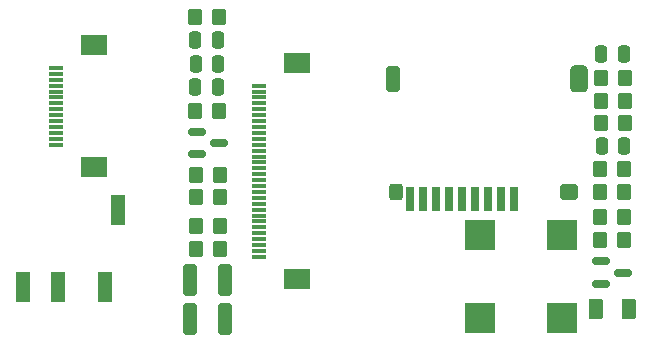
<source format=gbr>
%TF.GenerationSoftware,KiCad,Pcbnew,8.0.8-8.0.8-0~ubuntu22.04.1*%
%TF.CreationDate,2025-02-03T23:54:13+00:00*%
%TF.ProjectId,numcalcium,6e756d63-616c-4636-9975-6d2e6b696361,rev?*%
%TF.SameCoordinates,Original*%
%TF.FileFunction,Paste,Bot*%
%TF.FilePolarity,Positive*%
%FSLAX46Y46*%
G04 Gerber Fmt 4.6, Leading zero omitted, Abs format (unit mm)*
G04 Created by KiCad (PCBNEW 8.0.8-8.0.8-0~ubuntu22.04.1) date 2025-02-03 23:54:13*
%MOMM*%
%LPD*%
G01*
G04 APERTURE LIST*
G04 Aperture macros list*
%AMRoundRect*
0 Rectangle with rounded corners*
0 $1 Rounding radius*
0 $2 $3 $4 $5 $6 $7 $8 $9 X,Y pos of 4 corners*
0 Add a 4 corners polygon primitive as box body*
4,1,4,$2,$3,$4,$5,$6,$7,$8,$9,$2,$3,0*
0 Add four circle primitives for the rounded corners*
1,1,$1+$1,$2,$3*
1,1,$1+$1,$4,$5*
1,1,$1+$1,$6,$7*
1,1,$1+$1,$8,$9*
0 Add four rect primitives between the rounded corners*
20,1,$1+$1,$2,$3,$4,$5,0*
20,1,$1+$1,$4,$5,$6,$7,0*
20,1,$1+$1,$6,$7,$8,$9,0*
20,1,$1+$1,$8,$9,$2,$3,0*%
G04 Aperture macros list end*
%ADD10RoundRect,0.250000X0.350000X0.450000X-0.350000X0.450000X-0.350000X-0.450000X0.350000X-0.450000X0*%
%ADD11RoundRect,0.250000X-0.325000X-1.100000X0.325000X-1.100000X0.325000X1.100000X-0.325000X1.100000X0*%
%ADD12R,1.300000X0.300000*%
%ADD13R,2.200000X1.800000*%
%ADD14RoundRect,0.150000X-0.587500X-0.150000X0.587500X-0.150000X0.587500X0.150000X-0.587500X0.150000X0*%
%ADD15RoundRect,0.250000X-0.350000X-0.450000X0.350000X-0.450000X0.350000X0.450000X-0.350000X0.450000X0*%
%ADD16RoundRect,0.250000X0.250000X0.475000X-0.250000X0.475000X-0.250000X-0.475000X0.250000X-0.475000X0*%
%ADD17R,2.500000X2.500000*%
%ADD18R,0.700000X2.000000*%
%ADD19RoundRect,0.300000X0.300000X0.800000X-0.300000X0.800000X-0.300000X-0.800000X0.300000X-0.800000X0*%
%ADD20RoundRect,0.300000X-0.300000X-0.400000X0.300000X-0.400000X0.300000X0.400000X-0.300000X0.400000X0*%
%ADD21RoundRect,0.350000X-0.450000X-0.350000X0.450000X-0.350000X0.450000X0.350000X-0.450000X0.350000X0*%
%ADD22RoundRect,0.381000X-0.381000X0.762000X-0.381000X-0.762000X0.381000X-0.762000X0.381000X0.762000X0*%
%ADD23R,1.200000X2.500000*%
%ADD24RoundRect,0.250000X-0.375000X-0.625000X0.375000X-0.625000X0.375000X0.625000X-0.375000X0.625000X0*%
%ADD25RoundRect,0.250000X-0.250000X-0.475000X0.250000X-0.475000X0.250000X0.475000X-0.250000X0.475000X0*%
G04 APERTURE END LIST*
D10*
%TO.C,R15*%
X21492000Y41736000D03*
X19492000Y41736000D03*
%TD*%
%TO.C,R19*%
X21491200Y33736000D03*
X19491200Y33736000D03*
%TD*%
D11*
%TO.C,C12*%
X19042000Y19436000D03*
X21992000Y19436000D03*
%TD*%
D12*
%TO.C,J2*%
X7692000Y37382599D03*
X7692000Y36882599D03*
X7692000Y36382599D03*
X7692000Y35882599D03*
X7692000Y35382599D03*
X7692000Y34882599D03*
X7692000Y34382599D03*
X7692000Y33882599D03*
X7692000Y33382599D03*
X7692000Y32882599D03*
X7692000Y32382599D03*
X7692000Y31882599D03*
X7692000Y31382599D03*
X7692000Y30882599D03*
D13*
X10942000Y39282599D03*
X10942000Y28982599D03*
%TD*%
D12*
%TO.C,J3*%
X24900757Y35882599D03*
X24900757Y35382599D03*
X24900757Y34882599D03*
X24900757Y34382599D03*
X24900757Y33882599D03*
X24900757Y33382599D03*
X24900757Y32882599D03*
X24900757Y32382599D03*
X24900757Y31882599D03*
X24900757Y31382599D03*
X24900757Y30882599D03*
X24900757Y30382599D03*
X24900757Y29882599D03*
X24900757Y29382599D03*
X24900757Y28882599D03*
X24900757Y28382599D03*
X24900757Y27882599D03*
X24900757Y27382599D03*
X24900757Y26882599D03*
X24900757Y26382599D03*
X24900757Y25882599D03*
X24900757Y25382599D03*
X24900757Y24882599D03*
X24900757Y24382599D03*
X24900757Y23882599D03*
X24900757Y23382599D03*
X24900757Y22882599D03*
X24900757Y22382599D03*
X24900757Y21882599D03*
X24900757Y21382599D03*
D13*
X28150757Y37782599D03*
X28150757Y19482599D03*
%TD*%
D14*
%TO.C,Q9*%
X19652600Y30086000D03*
X19652600Y31986000D03*
X21527600Y31036000D03*
%TD*%
D10*
%TO.C,R21*%
X55818905Y26851215D03*
X53818905Y26851215D03*
%TD*%
D15*
%TO.C,R27*%
X53781405Y22801215D03*
X55781405Y22801215D03*
%TD*%
D16*
%TO.C,C10*%
X21410800Y39736000D03*
X19510800Y39736000D03*
%TD*%
D10*
%TO.C,R22*%
X55818905Y28801215D03*
X53818905Y28801215D03*
%TD*%
D15*
%TO.C,R20*%
X19576000Y26436000D03*
X21576000Y26436000D03*
%TD*%
D10*
%TO.C,R18*%
X21592000Y28336000D03*
X19592000Y28336000D03*
%TD*%
D17*
%TO.C,BZ1*%
X50592000Y16236000D03*
X43592000Y16236000D03*
X43592000Y23236000D03*
X50592000Y23236000D03*
%TD*%
D18*
%TO.C,J4*%
X46484757Y26282599D03*
X45384757Y26282599D03*
X44284757Y26282599D03*
X43184757Y26282599D03*
X42084757Y26282599D03*
X40984757Y26282599D03*
X39884757Y26282599D03*
X38784757Y26282599D03*
X37684757Y26282599D03*
D19*
X36284757Y36432599D03*
D20*
X36534757Y26887399D03*
D21*
X51134757Y26887399D03*
D22*
X52034757Y36432599D03*
%TD*%
D23*
%TO.C,J5*%
X7892000Y18836000D03*
X4892000Y18836000D03*
X12992000Y25336000D03*
X11892000Y18836000D03*
%TD*%
D16*
%TO.C,C11*%
X21461600Y37736000D03*
X19561600Y37736000D03*
%TD*%
D10*
%TO.C,R29*%
X21592000Y24036000D03*
X19592000Y24036000D03*
%TD*%
%TO.C,R23*%
X55868905Y36501215D03*
X53868905Y36501215D03*
%TD*%
%TO.C,R25*%
X55868905Y32701215D03*
X53868905Y32701215D03*
%TD*%
D11*
%TO.C,C13*%
X19042000Y16136000D03*
X21992000Y16136000D03*
%TD*%
D24*
%TO.C,D42*%
X53447257Y16936000D03*
X56247257Y16936000D03*
%TD*%
D14*
%TO.C,Q8*%
X53843905Y19101215D03*
X53843905Y21001215D03*
X55718905Y20051215D03*
%TD*%
D15*
%TO.C,R2*%
X53781405Y24801215D03*
X55781405Y24801215D03*
%TD*%
D10*
%TO.C,R28*%
X21592000Y22036000D03*
X19592000Y22036000D03*
%TD*%
D16*
%TO.C,C23*%
X55792000Y38589401D03*
X53892000Y38589401D03*
%TD*%
D10*
%TO.C,R24*%
X55868905Y34601215D03*
X53868905Y34601215D03*
%TD*%
D25*
%TO.C,C9*%
X19526000Y35736000D03*
X21426000Y35736000D03*
%TD*%
D16*
%TO.C,C15*%
X55818905Y30751215D03*
X53918905Y30751215D03*
%TD*%
M02*

</source>
